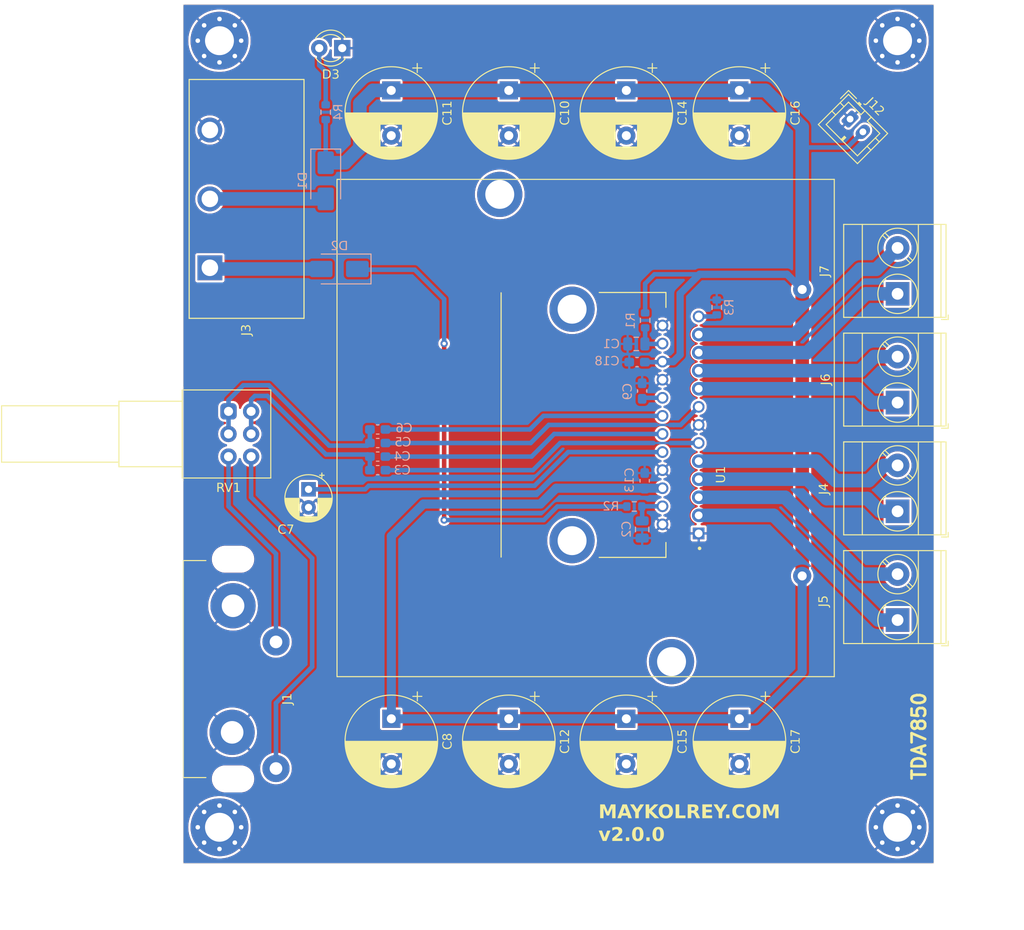
<source format=kicad_pcb>
(kicad_pcb (version 20240108) (generator "pcbnew") (generator_version "8.0")
  (title_block (title "Amplificador TDA7850") (date "2024-07-21") (rev "v2.0.0") (company "MaykolRey.com"))
  (layers (0 "F.Cu" signal) (31 "B.Cu" signal) (34 "B.Paste" user) (35 "F.Paste" user) (36 "B.SilkS" user "B.Silkscreen") (37 "F.SilkS" user "F.Silkscreen") (38 "B.Mask" user) (39 "F.Mask" user) (44 "Edge.Cuts" user))
  (net 0 "")
  (net 1 "GND")
  (net 2 "Net-(U1-MUTE)")
  (net 3 "Net-(U1-ST-BY)")
  (net 4 "Net-(U1-IN1)")
  (net 5 "/IN_LEFT_P")
  (net 6 "Net-(U1-IN2)")
  (net 7 "Net-(U1-IN3)")
  (net 8 "/IN_RIGTH_P")
  (net 9 "Net-(U1-IN4)")
  (net 10 "Net-(U1-SVR)")
  (net 11 "Net-(U1-AC-GND)")
  (net 12 "/REMOTE")
  (net 13 "Net-(D1-A)")
  (net 14 "Net-(J4-Pin_1)")
  (net 15 "Net-(J4-Pin_2)")
  (net 16 "Net-(J5-Pin_1)")
  (net 17 "Net-(J5-Pin_2)")
  (net 18 "Net-(J6-Pin_1)")
  (net 19 "Net-(J6-Pin_2)")
  (net 20 "Net-(J7-Pin_1)")
  (net 21 "Net-(J7-Pin_2)")
  (net 22 "Net-(U1-HSD)")
  (net 23 "/IN_LEFT")
  (net 24 "/IN_RIGTH")
  (net 25 "+12V")
  (net 26 "Net-(D2-A)")
  (net 27 "Net-(D3-A)")
  (footprint "Capacitor_THT:CP_Radial_D5.0mm_P2.00mm" (layer "F.Cu") (at 113.85 104.12 -90)
    (property "Reference" "C7" (at 4.5 2.5 180) (layer "F.SilkS") (effects (font (thickness 0.2))))
    (property "Value" "47uF")
    (pad "1" thru_hole rect (at 0 0 270) (size 1.6 1.6) (drill 0.8) (layers "*.Cu" "*.Mask") (net 10 "Net-(U1-SVR)"))
    (pad "2" thru_hole circle (at 2 0 270) (size 1.6 1.6) (drill 0.8) (layers "*.Cu" "*.Mask") (net 1 "GND"))
  )
  (footprint "Capacitor_THT:CP_Radial_D10.0mm_P5.00mm" (layer "F.Cu") (at 123.01 129.5 -90)
    (property "Reference" "C8" (at 2.5 -6.25 90) (layer "F.SilkS") (effects (font (thickness 0.2))))
    (property "Value" "470uF")
    (pad "1" thru_hole rect (at 0 0 270) (size 2 2) (drill 1) (layers "*.Cu" "*.Mask") (net 25 "+12V"))
    (pad "2" thru_hole circle (at 5 0 270) (size 2 2) (drill 1) (layers "*.Cu" "*.Mask") (net 1 "GND"))
  )
  (footprint "Capacitor_THT:CP_Radial_D10.0mm_P5.00mm" (layer "F.Cu") (at 136 60 -90)
    (property "Reference" "C10" (at 2.5 -6.25 90) (layer "F.SilkS") (effects (font (thickness 0.2))))
    (property "Value" "470uF")
    (pad "1" thru_hole rect (at 0 0 270) (size 2 2) (drill 1) (layers "*.Cu" "*.Mask") (net 25 "+12V"))
    (pad "2" thru_hole circle (at 5 0 270) (size 2 2) (drill 1) (layers "*.Cu" "*.Mask") (net 1 "GND"))
  )
  (footprint "Capacitor_THT:CP_Radial_D10.0mm_P5.00mm" (layer "F.Cu") (at 123 60 -90)
    (property "Reference" "C11" (at 2.5 -6.25 90) (layer "F.SilkS") (effects (font (thickness 0.2))))
    (property "Value" "470uF")
    (pad "1" thru_hole rect (at 0 0 270) (size 2 2) (drill 1) (layers "*.Cu" "*.Mask") (net 25 "+12V"))
    (pad "2" thru_hole circle (at 5 0 270) (size 2 2) (drill 1) (layers "*.Cu" "*.Mask") (net 1 "GND"))
  )
  (footprint "Capacitor_THT:CP_Radial_D10.0mm_P5.00mm" (layer "F.Cu") (at 136 129.5 -90)
    (property "Reference" "C12" (at 2.5 -6.25 90) (layer "F.SilkS") (effects (font (thickness 0.2))))
    (property "Value" "470uF")
    (pad "1" thru_hole rect (at 0 0 270) (size 2 2) (drill 1) (layers "*.Cu" "*.Mask") (net 25 "+12V"))
    (pad "2" thru_hole circle (at 5 0 270) (size 2 2) (drill 1) (layers "*.Cu" "*.Mask") (net 1 "GND"))
  )
  (footprint "MSS_Connector:CUI_RCJ-21XX" (layer "F.Cu") (at 105.5 124 90)
    (property "Reference" "J1" (at -3.31 6.04 90) (layer "F.SilkS") (effects (font (thickness 0.2))))
    (property "Value" "IN")
    (pad "" np_thru_hole oval (at -12.15 0 90) (size 2.5 4.2) (drill oval 2.5 4.2) (layers "*.Cu" "*.Mask"))
    (pad "" np_thru_hole oval (at 12.15 0 90) (size 2.5 4.2) (drill oval 2.5 4.2) (layers "*.Cu" "*.Mask"))
    (pad "1" thru_hole circle (at 7 0 90) (size 5 5) (drill 2.5) (layers "*.Cu" "*.Mask") (net 1 "GND"))
    (pad "2" thru_hole circle (at 3 4.75 90) (size 3 3) (drill 1.4) (layers "*.Cu" "*.Mask") (net 24 "/IN_RIGTH"))
    (pad "3" thru_hole circle (at -7 -0.1 90) (size 5 5) (drill 2.5) (layers "*.Cu" "*.Mask") (net 1 "GND"))
    (pad "4" thru_hole circle (at -11 4.75 90) (size 3 3) (drill 1.4) (layers "*.Cu" "*.Mask") (net 23 "/IN_LEFT"))
  )
  (footprint "MSS_Connector:TE_2-1437667-5" (layer "F.Cu") (at 107 72 90)
    (property "Reference" "J3" (at -14.5 0 90) (layer "F.SilkS") (effects (font (thickness 0.2))))
    (property "Value" "PWR")
    (pad "1" thru_hole rect (at -7.62 -4.064 90) (size 2.7432 2.7432) (drill 1.8288) (layers "*.Cu" "*.Mask") (net 26 "Net-(D2-A)"))
    (pad "2" thru_hole circle (at 0 -4.064 90) (size 2.7432 2.7432) (drill 1.8288) (layers "*.Cu" "*.Mask") (net 13 "Net-(D1-A)"))
    (pad "3" thru_hole circle (at 7.62 -4.064 90) (size 2.7432 2.7432) (drill 1.8288) (layers "*.Cu" "*.Mask") (net 1 "GND"))
  )
  (footprint "TerminalBlock_Phoenix:TerminalBlock_Phoenix_MKDS-3-2-5.08_1x02_P5.08mm_Horizontal" (layer "F.Cu") (at 179 118.58 90)
    (property "Reference" "J5" (at 2.09 -8.16 90) (layer "F.SilkS") (effects (font (thickness 0.2))))
    (property "Value" "out")
    (pad "1" thru_hole rect (at 0 0 90) (size 2.6 2.6) (drill 1.3) (layers "*.Cu" "*.Mask") (net 16 "Net-(J5-Pin_1)"))
    (pad "2" thru_hole circle (at 5.08 0 90) (size 2.6 2.6) (drill 1.3) (layers "*.Cu" "*.Mask") (net 17 "Net-(J5-Pin_2)"))
  )
  (footprint "TerminalBlock_Phoenix:TerminalBlock_Phoenix_MKDS-3-2-5.08_1x02_P5.08mm_Horizontal" (layer "F.Cu") (at 179 94.526666 90)
    (property "Reference" "J6" (at 2.56 -7.91 90) (layer "F.SilkS") (effects (font (thickness 0.2))))
    (property "Value" "out")
    (pad "1" thru_hole rect (at 0 0 90) (size 2.6 2.6) (drill 1.3) (layers "*.Cu" "*.Mask") (net 18 "Net-(J6-Pin_1)"))
    (pad "2" thru_hole circle (at 5.08 0 90) (size 2.6 2.6) (drill 1.3) (layers "*.Cu" "*.Mask") (net 19 "Net-(J6-Pin_2)"))
  )
  (footprint "TerminalBlock_Phoenix:TerminalBlock_Phoenix_MKDS-3-2-5.08_1x02_P5.08mm_Horizontal" (layer "F.Cu") (at 179 106.553332 90)
    (property "Reference" "J4" (at 2.48 -8.12 90) (layer "F.SilkS") (effects (font (thickness 0.2))))
    (property "Value" "out")
    (pad "1" thru_hole rect (at 0 0 90) (size 2.6 2.6) (drill 1.3) (layers "*.Cu" "*.Mask") (net 14 "Net-(J4-Pin_1)"))
    (pad "2" thru_hole circle (at 5.08 0 90) (size 2.6 2.6) (drill 1.3) (layers "*.Cu" "*.Mask") (net 15 "Net-(J4-Pin_2)"))
  )
  (footprint "TerminalBlock_Phoenix:TerminalBlock_Phoenix_MKDS-3-2-5.08_1x02_P5.08mm_Horizontal" (layer "F.Cu") (at 179 82.5 90)
    (property "Reference" "J7" (at 2.52 -8.03 90) (layer "F.SilkS") (effects (font (thickness 0.2))))
    (property "Value" "out")
    (pad "1" thru_hole rect (at 0 0 90) (size 2.6 2.6) (drill 1.3) (layers "*.Cu" "*.Mask") (net 20 "Net-(J7-Pin_1)"))
    (pad "2" thru_hole circle (at 5.08 0 90) (size 2.6 2.6) (drill 1.3) (layers "*.Cu" "*.Mask") (net 21 "Net-(J7-Pin_2)"))
  )
  (footprint "MSS_Devices:TDA7850H" (layer "F.Cu") (at 157 97 180)
    (property "Reference" "U1" (at -2.5 -5.5 90) (layer "F.SilkS") (effects (font (thickness 0.2))))
    (property "Value" "TDA7850")
    (pad "" thru_hole circle (at 14 -12.8 180) (size 5 5) (drill 3.2) (layers "*.Cu" "*.Mask"))
    (pad "" thru_hole circle (at 14 12.8 180) (size 5 5) (drill 3.2) (layers "*.Cu" "*.Mask"))
    (pad "1" thru_hole rect (at 0 -12 180) (size 1.29 1.29) (drill 0.86) (layers "*.Cu" "*.Mask") (net 1 "GND"))
    (pad "2" thru_hole circle (at 4 -11 180) (size 1.29 1.29) (drill 0.86) (layers "*.Cu" "*.Mask") (net 1 "GND"))
    (pad "3" thru_hole circle (at 0 -10 180) (size 1.29 1.29) (drill 0.86) (layers "*.Cu" "*.Mask") (net 16 "Net-(J5-Pin_1)"))
    (pad "4" thru_hole circle (at 4 -9 180) (size 1.29 1.29) (drill 0.86) (layers "*.Cu" "*.Mask") (net 3 "Net-(U1-ST-BY)"))
    (pad "5" thru_hole circle (at 0 -8 180) (size 1.29 1.29) (drill 0.86) (layers "*.Cu" "*.Mask") (net 17 "Net-(J5-Pin_2)"))
    (pad "6" thru_hole circle (at 4 -7 180) (size 1.29 1.29) (drill 0.86) (layers "*.Cu" "*.Mask") (net 25 "+12V"))
    (pad "7" thru_hole circle (at 0 -6 180) (size 1.29 1.29) (drill 0.86) (layers "*.Cu" "*.Mask") (net 14 "Net-(J4-Pin_1)"))
    (pad "8" thru_hole circle (at 4 -5 180) (size 1.29 1.29) (drill 0.86) (layers "*.Cu" "*.Mask") (net 1 "GND"))
    (pad "9" thru_hole circle (at 0 -4 180) (size 1.29 1.29) (drill 0.86) (layers "*.Cu" "*.Mask") (net 15 "Net-(J4-Pin_2)"))
    (pad "10" thru_hole circle (at 4 -3 180) (size 1.29 1.29) (drill 0.86) (layers "*.Cu" "*.Mask") (net 10 "Net-(U1-SVR)"))
    (pad "11" thru_hole circle (at 0 -2 180) (size 1.29 1.29) (drill 0.86) (layers "*.Cu" "*.Mask") (net 4 "Net-(U1-IN1)"))
    (pad "12" thru_hole circle (at 4 -1 180) (size 1.29 1.29) (drill 0.86) (layers "*.Cu" "*.Mask") (net 6 "Net-(U1-IN2)"))
    (pad "13" thru_hole circle (at 0 0 180) (size 1.29 1.29) (drill 0.86) (layers "*.Cu" "*.Mask") (net 1 "GND"))
    (pad "14" thru_hole circle (at 4 1 180) (size 1.29 1.29) (drill 0.86) (layers "*.Cu" "*.Mask") (net 9 "Net-(U1-IN4)"))
    (pad "15" thru_hole circle (at 0 2 180) (size 1.29 1.29) (drill 0.86) (layers "*.Cu" "*.Mask") (net 7 "Net-(U1-IN3)"))
    (pad "16" thru_hole circle (at 4 3 180) (size 1.29 1.29) (drill 0.86) (layers "*.Cu" "*.Mask") (net 11 "Net-(U1-AC-GND)"))
    (pad "17" thru_hole circle (at 0 4 180) (size 1.29 1.29) (drill 0.86) (layers "*.Cu" "*.Mask") (net 18 "Net-(J6-Pin_1)"))
    (pad "18" thru_hole circle (at 4 5 180) (size 1.29 1.29) (drill 0.86) (layers "*.Cu" "*.Mask") (net 1 "GND"))
    (pad "19" thru_hole circle (at 0 6 180) (size 1.29 1.29) (drill 0.86) (layers "*.Cu" "*.Mask") (net 19 "Net-(J6-Pin_2)"))
    (pad "20" thru_hole circle (at 4 7 180) (size 1.29 1.29) (drill 0.86) (layers "*.Cu" "*.Mask") (net 25 "+12V"))
    (pad "21" thru_hole circle (at 0 8 180) (size 1.29 1.29) (drill 0.86) (layers "*.Cu" "*.Mask") (net 20 "Net-(J7-Pin_1)"))
    (pad "22" thru_hole circle (at 4 9 180) (size 1.29 1.29) (drill 0.86) (layers "*.Cu" "*.Mask") (net 2 "Net-(U1-MUTE)"))
    (pad "23" thru_hole circle (at 0 10 180) (size 1.29 1.29) (drill 0.86) (layers "*.Cu" "*.Mask") (net 21 "Net-(J7-Pin_2)"))
    (pad "24" thru_hole circle (at 4 11 180) (size 1.29 1.29) (drill 0.86) (layers "*.Cu" "*.Mask") (net 1 "GND"))
    (pad "25" thru_hole circle (at 0 12 180) (size 1.29 1.29) (drill 0.86) (layers "*.Cu" "*.Mask") (net 22 "Net-(U1-HSD)"))
  )
  (footprint "MSS_Connector:disipador_VGA" (layer "F.Cu") (at 144.5 97.34 90)
    (property "Reference" "REF**" (hide yes))
    (property "Value" "disipador_VGA")
    (pad "" thru_hole circle (at -25.84 9.5 90) (size 5 5) (drill 3.2) (layers "*.Cu" "*.Mask"))
    (pad "" thru_hole circle (at 25.84 -9.5 90) (size 5 5) (drill 3.2) (layers "*.Cu" "*.Mask"))
  )
  (footprint "Capacitor_THT:CP_Radial_D10.0mm_P5.00mm" (layer "F.Cu") (at 149 60 -90)
    (property "Reference" "C14" (at 2.5 -6.25 90) (layer "F.SilkS") (effects (font (thickness 0.2))))
    (property "Value" "470uF")
    (pad "1" thru_hole rect (at 0 0 270) (size 2 2) (drill 1) (layers "*.Cu" "*.Mask") (net 25 "+12V"))
    (pad "2" thru_hole circle (at 5 0 270) (size 2 2) (drill 1) (layers "*.Cu" "*.Mask") (net 1 "GND"))
  )
  (footprint "Capacitor_THT:CP_Radial_D10.0mm_P5.00mm" (layer "F.Cu") (at 149 129.5 -90)
    (property "Reference" "C15" (at 2.5 -6.25 90) (layer "F.SilkS") (effects (font (thickness 0.2))))
    (property "Value" "470uF")
    (pad "1" thru_hole rect (at 0 0 270) (size 2 2) (drill 1) (layers "*.Cu" "*.Mask") (net 25 "+12V"))
    (pad "2" thru_hole circle (at 5 0 270) (size 2 2) (drill 1) (layers "*.Cu" "*.Mask") (net 1 "GND"))
  )
  (footprint "Capacitor_THT:CP_Radial_D10.0mm_P5.00mm" (layer "F.Cu") (at 161.5 60 -90)
    (property "Reference" "C16" (at 2.5 -6.25 90) (layer "F.SilkS") (effects (font (thickness 0.2))))
    (property "Value" "470uF")
    (pad "1" thru_hole rect (at 0 0 270) (size 2 2) (drill 1) (layers "*.Cu" "*.Mask") (net 25 "+12V"))
    (pad "2" thru_hole circle (at 5 0 270) (size 2 2) (drill 1) (layers "*.Cu" "*.Mask") (net 1 "GND"))
  )
  (footprint "Capacitor_THT:CP_Radial_D10.0mm_P5.00mm" (layer "F.Cu") (at 161.51 129.5 -90)
    (property "Reference" "C17" (at 2.5 -6.25 90) (layer "F.SilkS") (effects (font (thickness 0.2))))
    (property "Value" "470uF")
    (pad "1" thru_hole rect (at 0 0 270) (size 2 2) (drill 1) (layers "*.Cu" "*.Mask") (net 25 "+12V"))
    (pad "2" thru_hole circle (at 5 0 270) (size 2 2) (drill 1) (layers "*.Cu" "*.Mask") (net 1 "GND"))
  )
  (footprint "MountingHole:MountingHole_3.2mm_M3_Pad_Via" (layer "F.Cu") (at 179 54.5)
    (property "Reference" "J8" (hide yes))
    (property "Value" "MH")
    (pad "1" thru_hole circle (at -2.4 0) (size 0.8 0.8) (drill 0.5) (layers "*.Cu" "*.Mask") (net 1 "GND"))
    (pad "1" thru_hole circle (at -1.697056 -1.697056) (size 0.8 0.8) (drill 0.5) (layers "*.Cu" "*.Mask") (net 1 "GND"))
    (pad "1" thru_hole circle (at -1.697056 1.697056) (size 0.8 0.8) (drill 0.5) (layers "*.Cu" "*.Mask") (net 1 "GND"))
    (pad "1" thru_hole circle (at 0 -2.4) (size 0.8 0.8) (drill 0.5) (layers "*.Cu" "*.Mask") (net 1 "GND"))
    (pad "1" thru_hole circle (at 0 0) (size 6.4 6.4) (drill 3.2) (layers "*.Cu" "*.Mask") (net 1 "GND"))
    (pad "1" thru_hole circle (at 0 2.4) (size 0.8 0.8) (drill 0.5) (layers "*.Cu" "*.Mask") (net 1 "GND"))
    (pad "1" thru_hole circle (at 1.697056 -1.697056) (size 0.8 0.8) (drill 0.5) (layers "*.Cu" "*.Mask") (net 1 "GND"))
    (pad "1" thru_hole circle (at 1.697056 1.697056) (size 0.8 0.8) (drill 0.5) (layers "*.Cu" "*.Mask") (net 1 "GND"))
    (pad "1" thru_hole circle (at 2.4 0) (size 0.8 0.8) (drill 0.5) (layers "*.Cu" "*.Mask") (net 1 "GND"))
  )
  (footprint "MountingHole:MountingHole_3.2mm_M3_Pad_Via" (layer "F.Cu") (at 179 141.5)
    (property "Reference" "J9" (hide yes))
    (property "Value" "MH")
    (pad "1" thru_hole circle (at -2.4 0) (size 0.8 0.8) (drill 0.5) (layers "*.Cu" "*.Mask") (net 1 "GND"))
    (pad "1" thru_hole circle (at -1.697056 -1.697056) (size 0.8 0.8) (drill 0.5) (layers "*.Cu" "*.Mask") (net 1 "GND"))
    (pad "1" thru_hole circle (at -1.697056 1.697056) (size 0.8 0.8) (drill 0.5) (layers "*.Cu" "*.Mask") (net 1 "GND"))
    (pad "1" thru_hole circle (at 0 -2.4) (size 0.8 0.8) (drill 0.5) (layers "*.Cu" "*.Mask") (net 1 "GND"))
    (pad "1" thru_hole circle (at 0 0) (size 6.4 6.4) (drill 3.2) (layers "*.Cu" "*.Mask") (net 1 "GND"))
    (pad "1" thru_hole circle (at 0 2.4) (size 0.8 0.8) (drill 0.5) (layers "*.Cu" "*.Mask") (net 1 "GND"))
    (pad "1" thru_hole circle (at 1.697056 -1.697056) (size 0.8 0.8) (drill 0.5) (layers "*.Cu" "*.Mask") (net 1 "GND"))
    (pad "1" thru_hole circle (at 1.697056 1.697056) (size 0.8 0.8) (drill 0.5) (layers "*.Cu" "*.Mask") (net 1 "GND"))
    (pad "1" thru_hole circle (at 2.4 0) (size 0.8 0.8) (drill 0.5) (layers "*.Cu" "*.Mask") (net 1 "GND"))
  )
  (footprint "MountingHole:MountingHole_3.2mm_M3_Pad_Via" (layer "F.Cu") (at 104 54.5)
    (property "Reference" "J10" (hide yes))
    (property "Value" "MH")
    (pad "1" thru_hole circle (at -2.4 0) (size 0.8 0.8) (drill 0.5) (layers "*.Cu" "*.Mask") (net 1 "GND"))
    (pad "1" thru_hole circle (at -1.697056 -1.697056) (size 0.8 0.8) (drill 0.5) (layers "*.Cu" "*.Mask") (net 1 "GND"))
    (pad "1" thru_hole circle (at -1.697056 1.697056) (size 0.8 0.8) (drill 0.5) (layers "*.Cu" "*.Mask") (net 1 "GND"))
    (pad "1" thru_hole circle (at 0 -2.4) (size 0.8 0.8) (drill 0.5) (layers "*.Cu" "*.Mask") (net 1 "GND"))
    (pad "1" thru_hole circle (at 0 0) (size 6.4 6.4) (drill 3.2) (layers "*.Cu" "*.Mask") (net 1 "GND"))
    (pad "1" thru_hole circle (at 0 2.4) (size 0.8 0.8) (drill 0.5) (layers "*.Cu" "*.Mask") (net 1 "GND"))
    (pad "1" thru_hole circle (at 1.697056 -1.697056) (size 0.8 0.8) (drill 0.5) (layers "*.Cu" "*.Mask") (net 1 "GND"))
    (pad "1" thru_hole circle (at 1.697056 1.697056) (size 0.8 0.8) (drill 0.5) (layers "*.Cu" "*.Mask") (net 1 "GND"))
    (pad "1" thru_hole circle (at 2.4 0) (size 0.8 0.8) (drill 0.5) (layers "*.Cu" "*.Mask") (net 1 "GND"))
  )
  (footprint "MountingHole:MountingHole_3.2mm_M3_Pad_Via" (layer "F.Cu") (at 104 141.5)
    (property "Reference" "J11" (hide yes))
    (property "Value" "MH")
    (pad "1" thru_hole circle (at -2.4 0) (size 0.8 0.8) (drill 0.5) (layers "*.Cu" "*.Mask") (net 1 "GND"))
    (pad "1" thru_hole circle (at -1.697056 -1.697056) (size 0.8 0.8) (drill 0.5) (layers "*.Cu" "*.Mask") (net 1 "GND"))
    (pad "1" thru_hole circle (at -1.697056 1.697056) (size 0.8 0.8) (drill 0.5) (layers "*.Cu" "*.Mask") (net 1 "GND"))
    (pad "1" thru_hole circle (at 0 -2.4) (size 0.8 0.8) (drill 0.5) (layers "*.Cu" "*.Mask") (net 1 "GND"))
    (pad "1" thru_hole circle (at 0 0) (size 6.4 6.4) (drill 3.2) (layers "*.Cu" "*.Mask") (net 1 "GND"))
    (pad "1" thru_hole circle (at 0 2.4) (size 0.8 0.8) (drill 0.5) (layers "*.Cu" "*.Mask") (net 1 "GND"))
    (pad "1" thru_hole circle (at 1.697056 -1.697056) (size 0.8 0.8) (drill 0.5) (layers "*.Cu" "*.Mask") (net 1 "GND"))
    (pad "1" thru_hole circle (at 1.697056 1.697056) (size 0.8 0.8) (drill 0.5) (layers "*.Cu" "*.Mask") (net 1 "GND"))
    (pad "1" thru_hole circle (at 2.4 0) (size 0.8 0.8) (drill 0.5) (layers "*.Cu" "*.Mask") (net 1 "GND"))
  )
  (footprint "Connector_JST:JST_PH_B2B-PH-K_1x02_P2.00mm_Vertical" (layer "F.Cu") (at 173.75 63.17 -45)
    (property "Reference" "J12" (at 1 -2.9 135) (layer "F.SilkS") (effects (font (thickness 0.2))))
    (property "Value" "FAN")
    (pad "1" thru_hole roundrect (at 0 0 315) (size 1.2 1.75) (drill 0.75) (layers "*.Cu" "*.Mask") (roundrect_rratio 0.208333) (net 1 "GND"))
    (pad "2" thru_hole oval (at 2.000001 0 315) (size 1.2 1.75) (drill 0.75) (layers "*.Cu" "*.Mask") (net 25 "+12V"))
  )
  (footprint "Potentiometer_THT:Potentiometer_Alps_RK097_Dual_Horizontal" (layer "F.Cu") (at 105 95.5)
    (property "Reference" "RV1" (at 0 8.5 180) (layer "F.SilkS") (effects (font (thickness 0.2))))
    (property "Value" "R_Potentiometer_Dual")
    (fp_line (start -5 -2.7) (end -5 7.7) (stroke (width 0.1)) (layer "Edge.Cuts"))
    (pad "1" thru_hole roundrect (at 0 0 180) (size 1.8 1.8) (drill 1) (layers "*.Cu" "*.Mask") (net 8 "/IN_RIGTH_P"))
    (pad "2" thru_hole circle (at 0 2.5 180) (size 1.8 1.8) (drill 1) (layers "*.Cu" "*.Mask") (net 8 "/IN_RIGTH_P"))
    (pad "3" thru_hole circle (at 0 5 180) (size 1.8 1.8) (drill 1) (layers "*.Cu" "*.Mask") (net 24 "/IN_RIGTH"))
    (pad "4" thru_hole circle (at 2.5 0 180) (size 1.8 1.8) (drill 1) (layers "*.Cu" "*.Mask") (net 5 "/IN_LEFT_P"))
    (pad "5" thru_hole circle (at 2.5 2.5 180) (size 1.8 1.8) (drill 1) (layers "*.Cu" "*.Mask") (net 5 "/IN_LEFT_P"))
    (pad "6" thru_hole circle (at 2.5 5 180) (size 1.8 1.8) (drill 1) (layers "*.Cu" "*.Mask") (net 23 "/IN_LEFT"))
  )
  (footprint "MR-footprint:logo_mr_6x6mm" (layer "F.Cu") (at 142.38 141.19)
    (property "Reference" "G***" (hide yes))
    (property "Value" "LOGO" (hide yes))
  )
  (footprint "LED_THT:LED_D3.0mm" (layer "F.Cu") (at 117.575 55.32 180)
    (property "Reference" "D3" (at 1.27 -2.96 0) (layer "F.SilkS") (effects (font (thickness 0.2))))
    (property "Value" "LED")
    (pad "1" thru_hole rect (at 0 0 180) (size 1.8 1.8) (drill 0.9) (layers "*.Cu" "*.Mask") (net 1 "GND"))
    (pad "2" thru_hole circle (at 2.54 0 180) (size 1.8 1.8) (drill 0.9) (layers "*.Cu" "*.Mask") (net 27 "Net-(D3-A)"))
  )
  (footprint "Capacitor_SMD:C_0805_2012Metric" (layer "B.Cu") (at 150.1 88.04 180)
    (property "Reference" "C1" (at 2.76 -0.05 0) (layer "B.SilkS") (effects (font (thickness 0.2)) (justify mirror)))
    (property "Value" "1uF")
    (pad "1" smd roundrect (at -0.95 0 180) (size 1 1.45) (layers "B.Cu" "B.Paste" "B.Mask") (net 2 "Net-(U1-MUTE)"))
    (pad "2" smd roundrect (at 0.95 0 180) (size 1 1.45) (layers "B.Cu" "B.Paste" "B.Mask") (net 1 "GND"))
  )
  (footprint "Capacitor_SMD:C_0603_1608Metric_Pad1.08x0.95mm_HandSolder" (layer "B.Cu") (at 121.5 100.5 180)
    (property "Reference" "C4" (at -2.71 -0.02 0) (layer "B.SilkS") (effects (font (thickness 0.2)) (justify mirror)))
    (property "Value" "100nF")
    (pad "1" smd roundrect (at -0.8625 0 180) (size 1.075 0.95) (layers "B.Cu" "B.Paste" "B.Mask") (net 6 "Net-(U1-IN2)"))
    (pad "2" smd roundrect (at 0.8625 0 180) (size 1.075 0.95) (layers "B.Cu" "B.Paste" "B.Mask") (net 5 "/IN_LEFT_P"))
  )
  (footprint "Capacitor_SMD:C_0603_1608Metric_Pad1.08x0.95mm_HandSolder" (layer "B.Cu") (at 121.5 99 180)
    (property "Reference" "C5" (at -2.78 0.05 0) (layer "B.SilkS") (effects (font (thickness 0.2)) (justify mirror)))
    (property "Value" "100nF")
    (pad "1" smd roundrect (at -0.8625 0 180) (size 1.075 0.95) (layers "B.Cu" "B.Paste" "B.Mask") (net 7 "Net-(U1-IN3)"))
    (pad "2" smd roundrect (at 0.8625 0 180) (size 1.075 0.95) (layers "B.Cu" "B.Paste" "B.Mask") (net 8 "/IN_RIGTH_P"))
  )
  (footprint "Capacitor_SMD:C_0603_1608Metric_Pad1.08x0.95mm_HandSolder" (layer "B.Cu") (at 121.5 97.5 180)
    (property "Reference" "C6" (at -2.91 0.1 0) (layer "B.SilkS") (effects (font (thickness 0.2)) (justify mirror)))
    (property "Value" "100nF")
    (pad "1" smd roundrect (at -0.8625 0 180) (size 1.075 0.95) (layers "B.Cu" "B.Paste" "B.Mask") (net 9 "Net-(U1-IN4)"))
    (pad "2" smd roundrect (at 0.8625 0 180) (size 1.075 0.95) (layers "B.Cu" "B.Paste" "B.Mask") (net 8 "/IN_RIGTH_P"))
  )
  (footprint "Capacitor_SMD:C_0603_1608Metric_Pad1.08x0.95mm_HandSolder" (layer "B.Cu") (at 150.75 93.25 90)
    (property "Reference" "C9" (at -0.07 -1.57 90) (layer "B.SilkS") (effects (font (thickness 0.2)) (justify mirror)))
    (property "Value" "0.47uF")
    (pad "1" smd roundrect (at -0.8625 0 90) (size 1.075 0.95) (layers "B.Cu" "B.Paste" "B.Mask") (net 11 "Net-(U1-AC-GND)"))
    (pad "2" smd roundrect (at 0.8625 0 90) (size 1.075 0.95) (layers "B.Cu" "B.Paste" "B.Mask") (net 1 "GND"))
  )
  (footprint "Capacitor_SMD:C_0603_1608Metric_Pad1.08x0.95mm_HandSolder" (layer "B.Cu") (at 151.03 103.18 90)
    (property "Reference" "C13" (at 0.07 -1.63 90) (layer "B.SilkS") (effects (font (thickness 0.2)) (justify mirror)))
    (property "Value" "100nF")
    (pad "1" smd roundrect (at -0.8625 0 90) (size 1.075 0.95) (layers "B.Cu" "B.Paste" "B.Mask") (net 25 "+12V"))
    (pad "2" smd roundrect (at 0.8625 0 90) (size 1.075 0.95) (layers "B.Cu" "B.Paste" "B.Mask") (net 1 "GND"))
  )
  (footprint "Resistor_SMD:R_0603_1608Metric" (layer "B.Cu") (at 151.08 85.43 90)
    (property "Reference" "R1" (at -0.07 -1.56 90) (layer "B.SilkS") (effects (font (thickness 0.2)) (justify mirror)))
    (property "Value" "10K")
    (pad "1" smd roundrect (at -0.825 0 90) (size 0.8 0.95) (layers "B.Cu" "B.Paste" "B.Mask") (net 2 "Net-(U1-MUTE)"))
    (pad "2" smd roundrect (at 0.825 0 90) (size 0.8 0.95) (layers "B.Cu" "B.Paste" "B.Mask") (net 25 "+12V"))
  )
  (footprint "Resistor_SMD:R_0603_1608Metric" (layer "B.Cu") (at 149.88 106.02 180)
    (property "Reference" "R2" (at 2.6 -0.02 0) (layer "B.SilkS") (effects (font (thickness 0.2)) (justify mirror)))
    (property "Value" "47K")
    (pad "1" smd roundrect (at -0.825 0 180) (size 0.8 0.95) (layers "B.Cu" "B.Paste" "B.Mask") (net 3 "Net-(U1-ST-BY)"))
    (pad "2" smd roundrect (at 0.825 0 180) (size 0.8 0.95) (layers "B.Cu" "B.Paste" "B.Mask") (net 12 "/REMOTE"))
  )
  (footprint "Resistor_SMD:R_0603_1608Metric" (layer "B.Cu") (at 159 84 90)
    (property "Reference" "R3" (at 0 1.43 90) (layer "B.SilkS") (effects (font (thickness 0.2)) (justify mirror)))
    (property "Value" "10K")
    (pad "1" smd roundrect (at -0.825 0 90) (size 0.8 0.95) (layers "B.Cu" "B.Paste" "B.Mask") (net 22 "Net-(U1-HSD)"))
    (pad "2" smd roundrect (at 0.825 0 90) (size 0.8 0.95) (layers "B.Cu" "B.Paste" "B.Mask") (net 1 "GND"))
  )
  (footprint "Diode_SMD:D_SMA" (layer "B.Cu") (at 115.75 70 -90)
    (property "Reference" "D1" (at 0 2.5 90) (layer "B.SilkS") (effects (font (thickness 0.2)) (justify mirror)))
    (property "Value" "D_ALT")
    (pad "1" smd roundrect (at -2 0 270) (size 2.5 1.8) (layers "B.Cu" "B.Paste" "B.Mask") (roundrect_rratio 0.1388888889) (net 25 "+12V"))
    (pad "2" smd roundrect (at 2 0 270) (size 2.5 1.8) (layers "B.Cu" "B.Paste" "B.Mask") (roundrect_rratio 0.1388888889) (net 13 "Net-(D1-A)"))
  )
  (footprint "Capacitor_SMD:C_0603_1608Metric_Pad1.08x0.95mm_HandSolder" (layer "B.Cu") (at 121.5 102 180)
    (property "Reference" "C3" (at -2.71 -0.05 0) (layer "B.SilkS") (effects (font (thickness 0.2)) (justify mirror)))
    (property "Value" "100nF")
    (pad "1" smd roundrect (at -0.8625 0 180) (size 1.075 0.95) (layers "B.Cu" "B.Paste" "B.Mask") (net 4 "Net-(U1-IN1)"))
    (pad "2" smd roundrect (at 0.8625 0 180) (size 1.075 0.95) (layers "B.Cu" "B.Paste" "B.Mask") (net 5 "/IN_LEFT_P"))
  )
  (footprint "Capacitor_SMD:C_0805_2012Metric" (layer "B.Cu") (at 150.75 108.56 -90)
    (property "Reference" "C2" (at 0 1.68 90) (layer "B.SilkS") (effects (font (thickness 0.2)) (justify mirror)))
    (property "Value" "1uF")
    (pad "1" smd roundrect (at -0.95 0 270) (size 1 1.45) (layers "B.Cu" "B.Paste" "B.Mask") (net 3 "Net-(U1-ST-BY)"))
    (pad "2" smd roundrect (at 0.95 0 270) (size 1 1.45) (layers "B.Cu" "B.Paste" "B.Mask") (net 1 "GND"))
  )
  (footprint "Diode_SMD:D_SMA" (layer "B.Cu") (at 117.25 79.75 180)
    (property "Reference" "D2" (at 0 2.5 0) (layer "B.SilkS") (effects (font (thickness 0.2)) (justify mirror)))
    (property "Value" "D_ALT")
    (pad "1" smd roundrect (at -2 0 180) (size 2.5 1.8) (layers "B.Cu" "B.Paste" "B.Mask") (roundrect_rratio 0.1388888889) (net 12 "/REMOTE"))
    (pad "2" smd roundrect (at 2 0 180) (size 2.5 1.8) (layers "B.Cu" "B.Paste" "B.Mask") (roundrect_rratio 0.1388888889) (net 26 "Net-(D2-A)"))
  )
  (footprint "Resistor_SMD:R_0603_1608Metric" (layer "B.Cu") (at 115.75 62.41 90)
    (property "Reference" "R4" (at 0 1.43 90) (layer "B.SilkS") (effects (font (thickness 0.2)) (justify mirror)))
    (property "Value" "10K")
    (pad "1" smd roundrect (at -0.825 0 90) (size 0.8 0.95) (layers "B.Cu" "B.Paste" "B.Mask") (net 25 "+12V"))
    (pad "2" smd roundrect (at 0.825 0 90) (size 0.8 0.95) (layers "B.Cu" "B.Paste" "B.Mask") (net 27 "Net-(D3-A)"))
  )
  (footprint "Capacitor_SMD:C_0603_1608Metric_Pad1.08x0.95mm_HandSolder" (layer "B.Cu") (at 150.1825 90.05 180)
    (property "Reference" "C18" (at 3.3225 0.07 0) (layer "B.SilkS") (effects (font (thickness 0.2)) (justify mirror)))
    (property "Value" "100nF")
    (pad "1" smd roundrect (at -0.8625 0 180) (size 1.075 0.95) (layers "B.Cu" "B.Paste" "B.Mask") (net 25 "+12V"))
    (pad "2" smd roundrect (at 0.8625 0 180) (size 1.075 0.95) (layers "B.Cu" "B.Paste" "B.Mask") (net 1 "GND"))
  )
  (gr_line (start 183 50.5) (end 183 145.5) (stroke (width 0.05)) (layer "Edge.Cuts"))
  (gr_line (start 100 50.5) (end 183 50.5) (stroke (width 0.05)) (layer "Edge.Cuts"))
  (gr_line (start 183 145.5) (end 100 145.5) (stroke (width 0.05)) (layer "Edge.Cuts"))
  (gr_line (start 100 92.8) (end 100 50.5) (stroke (width 0.05)) (layer "Edge.Cuts"))
  (gr_line (start 100 145.5) (end 100 103.2) (stroke (width 0.05)) (layer "Edge.Cuts"))
  (gr_text "TDA7850" (at 181.37 131.42 90) (layer "F.SilkS") (effects (font (size 1.5 1.5) (thickness 0.3))))
  (gr_text "MAYKOLREY.COM\n${REVISION}" (at 145.91 143.27 0) (layer "F.SilkS") (effects (font (size 1.5 1.5) (thickness 0.3) (bold yes)) (justify left bottom)))
  (segment (start 151.08 86.255) (end 151.08 88.01) (width 0.5) (layer "B.Cu") (net 2))
  (segment (start 152.96 88.04) (end 153 88) (width 0.5) (layer "B.Cu") (net 2))
  (segment (start 151.08 88.01) (end 151.05 88.04) (width 0.5) (layer "B.Cu") (net 2))
  (segment (start 151.05 88.04) (end 152.96 88.04) (width 0.5) (layer "B.Cu") (net 2))
  (segment (start 150.75 107.61) (end 150.75 106.065) (width 0.5) (layer "B.Cu") (net 3))
  (segment (start 150.725 106) (end 150.705 106.02) (width 0.5) (layer "B.Cu") (net 3))
  (segment (start 153 106) (end 150.725 106) (width 0.5) (layer "B.Cu") (net 3))
  (segment (start 150.75 106.065) (end 150.705 106.02) (width 0.5) (layer "B.Cu") (net 3))
  (segment (start 152 99) (end 153.88 99) (width 0.25) (layer "B.Cu") (net 4))
  (segment (start 138.68 102) (end 141.68 99) (width 0.5) (layer "B.Cu") (net 4))
  (segment (start 157 99) (end 153.88 99) (width 0.5) (layer "B.Cu") (net 4))
  (segment (start 122.3625 102) (end 138.68 102) (width 0.5) (layer "B.Cu") (net 4))
  (segment (start 141.68 99) (end 152 99) (width 0.5) (layer "B.Cu") (net 4))
  (segment (start 107.5 95.5) (end 107.5 98) (width 0.5) (layer "B.Cu") (net 5))
  (segment (start 107.5 95.5) (end 107.5 94.2) (width 0.5) (layer "B.Cu") (net 5))
  (segment (start 120.6375 100.5) (end 120.6375 102) (width 0.5) (layer "B.Cu") (net 5))
  (segment (start 107.91 93.79) (end 109.3 93.79) (width 0.5) (layer "B.Cu") (net 5))
  (segment (start 107.5 94.2) (end 107.91 93.79) (width 0.5) (layer "B.Cu") (net 5))
  (segment (start 120.4075 100.27) (end 120.6375 100.5) (width 0.5) (layer "B.Cu") (net 5))
  (segment (start 109.3 93.79) (end 115.78 100.27) (width 0.5) (layer "B.Cu") (net 5))
  (segment (start 115.78 100.27) (end 120.4075 100.27) (width 0.5) (layer "B.Cu") (net 5))
  (segment (start 141.02 98) (end 153 98) (width 0.5) (layer "B.Cu") (net 6))
  (segment (start 122.3625 100.5) (end 138.52 100.5) (width 0.5) (layer "B.Cu") (net 6))
  (segment (start 138.52 100.5) (end 141.02 98) (width 0.5) (layer "B.Cu") (net 6))
  (segment (start 122.3625 99) (end 138.42 99) (width 0.5) (layer "B.Cu") (net 7))
  (segment (start 155 97) (end 154.25 97) (width 0.5) (layer "B.Cu") (net 7))
  (segment (start 140.42 97) (end 152.3 97) (width 0.5) (layer "B.Cu") (net 7))
  (segment (start 138.42 99) (end 140.42 97) (width 0.5) (layer "B.Cu") (net 7))
  (segment (start 154.25 97) (end 153.83 97) (width 0.5) (layer "B.Cu") (net 7))
  (segment (start 157 95) (end 155 97) (width 0.5) (layer "B.Cu") (net 7))
  (segment (start 152.3 97) (end 153.83 97) (width 0.25) (layer "B.Cu") (net 7))
  (segment (start 120.6375 97.5) (end 120.6375 99) (width 0.5) (layer "B.Cu") (net 8))
  (segment (start 109.45 92.61) (end 106.64 92.61) (width 0.5) (layer "B.Cu") (net 8))
  (segment (start 105 95.5) (end 105 98) (width 0.5) (layer "B.Cu") (net 8))
  (segment (start 120.6375 99) (end 120.3475 99.29) (width 0.5) (layer "B.Cu") (net 8))
  (segment (start 106.64 92.61) (end 105 94.25) (width 0.5) (layer "B.Cu") (net 8))
  (segment (start 120.3475 99.29) (end 116.13 99.29) (width 0.5) (layer "B.Cu") (net 8))
  (segment (start 116.13 99.29) (end 109.45 92.61) (width 0.5) (layer "B.Cu") (net 8))
  (segment (start 105 94.25) (end 105 95.5) (width 0.5) (layer "B.Cu") (net 8))
  (segment (start 138.33 97.5) (end 122.3625 97.5) (width 0.5) (layer "B.Cu") (net 9))
  (segment (start 153 96) (end 139.83 96) (width 0.5) (layer "B.Cu") (net 9))
  (segment (start 139.83 96) (end 138.33 97.5) (width 0.5) (layer "B.Cu") (net 9))
  (segment (start 113.85 104.12) (end 120.11 104.12) (width 0.5) (layer "B.Cu") (net 10))
  (segment (start 120.11 104.12) (end 120.51 103.72) (width 0.5) (layer "B.Cu") (net 10))
  (segment (start 120.51 103.72) (end 138.85 103.72) (width 0.5) (layer "B.Cu") (net 10))
  (segment (start 142.57 100) (end 153 100) (width 0.5) (layer "B.Cu") (net 10))
  (segment (start 138.85 103.72) (end 142.57 100) (width 0.5) (layer "B.Cu") (net 10))
  (segment (start 153 94) (end 150.8625 94) (width 0.5) (layer "B.Cu") (net 11))
  (segment (start 150.8625 94) (end 150.75 94.1125) (width 0.5) (layer "B.Cu") (net 11))
  (segment (start 128.85 88) (end 128.85 107.52) (width 0.5) (layer "F.Cu") (net 12))
  (via (at 128.85 107.52) (size 0.8) (drill 0.4) (layers "F.Cu" "B.Cu") (net 12))
  (via (at 128.85 88) (size 0.8) (drill 0.4) (layers "F.Cu" "B.Cu") (net 12))
  (segment (start 125.59 79.83) (end 119.33 79.83) (width 0.5) (layer "B.Cu") (net 12))
  (segment (start 128.85 83.09) (end 125.59 79.83) (width 0.5) (layer "B.Cu") (net 12))
  (segment (start 128.85 107.52) (end 139.87 107.52) (width 0.5) (layer "B.Cu") (net 12))
  (segment (start 128.85 88) (end 128.85 83.09) (width 0.5) (layer "B.Cu") (net 12))
  (segment (start 141.37 106.02) (end 149.055 106.02) (width 0.5) (layer "B.Cu") (net 12))
  (segment (start 139.87 107.52) (end 141.37 106.02) (width 0.5) (layer "B.Cu") (net 12))
  (segment (start 119.33 79.83) (end 119.25 79.75) (width 0.5) (layer "B.Cu") (net 12))
  (segment (start 102.936 72) (end 115.65 72) (width 1.5) (layer "B.Cu") (net 13))
  (segment (start 115.65 72) (end 115.75 71.9) (width 1.5) (layer "B.Cu") (net 13))
  (segment (start 177.063332 106.553332) (end 179 106.553332) (width 1.5) (layer "B.Cu") (net 14))
  (segment (start 157 103) (end 169.02 103) (width 1.5) (layer "B.Cu") (net 14))
  (segment (start 171.16 105.14) (end 175.65 105.14) (width 1.5) (layer "B.Cu") (net 14))
  (segment (start 169.02 103) (end 171.16 105.14) (width 1.5) (layer "B.Cu") (net 14))
  (segment (start 175.65 105.14) (end 177.063332 106.553332) (width 1.5) (layer "B.Cu") (net 14))
  (segment (start 172.164164 103.16) (end 175.81 103.16) (width 1.5) (layer "B.Cu") (net 15))
  (segment (start 157 101) (end 170.004164 101) (width 1.5) (layer "B.Cu") (net 15))
  (segment (start 175.81 103.16) (end 177.496668 101.473332) (width 1.5) (layer "B.Cu") (net 15))
  (segment (start 170.004164 101) (end 172.164164 103.16) (width 1.5) (layer "B.Cu") (net 15))
  (segment (start 177.496668 101.473332) (end 179 101.473332) (width 1.5) (layer "B.Cu") (net 15))
  (segment (start 176.87 118.58) (end 165.29 107) (width 1.5) (layer "B.Cu") (net 16))
  (segment (start 165.29 107) (end 157 107) (width 1.5) (layer "B.Cu") (net 16))
  (segment (start 179 118.58) (end 176.87 118.58) (width 1.5) (layer "B.Cu") (net 16))
  (segment (start 157 105) (end 166.55 105) (width 1.5) (layer "B.Cu") (net 17))
  (segment (start 166.55 105) (end 175.05 113.5) (width 1.5) (layer "B.Cu") (net 17))
  (segment (start 175.05 113.5) (end 179 113.5) (width 1.5) (layer "B.Cu") (net 17))
  (segment (start 176.136666 94.526666) (end 179 94.526666) (width 1.5) (layer "B.Cu") (net 18))
  (segment (start 174.61 93) (end 176.136666 94.526666) (width 1.5) (layer "B.Cu") (net 18))
  (segment (start 157 93) (end 174.61 93) (width 1.5) (layer "B.Cu") (net 18))
  (segment (start 176.433334 89.446666) (end 179 89.446666) (width 1.5) (layer "B.Cu") (net 19))
  (segment (start 174.88 91) (end 176.433334 89.446666) (width 1.5) (layer "B.Cu") (net 19))
  (segment (start 157 91) (end 174.88 91) (width 1.5) (layer "B.Cu") (net 19))
  (segment (start 175.5 82.5) (end 179 82.5) (width 1.5) (layer "B.Cu") (net 20))
  (segment (start 169 89) (end 175.5 82.5) (width 1.5) (layer "B.Cu") (net 20))
  (segment (start 157 89) (end 169 89) (width 1.5) (layer "B.Cu") (net 20))
  (segment (start 167.63 87) (end 174.85 79.78) (width 1.5) (layer "B.Cu") (net 21))
  (segment (start 157 87) (end 167.63 87) (width 1.5) (layer "B.Cu") (net 21))
  (segment (start 174.85 79.78) (end 176.64 79.78) (width 1.5) (layer "B.Cu") (net 21))
  (segment (start 176.64 79.78) (end 179 77.42) (width 1.5) (layer "B.Cu") (net 21))
  (segment (start 157 85) (end 158.825 85) (width 0.5) (layer "B.Cu") (net 22))
  (segment (start 158.825 85) (end 159 84.825) (width 0.5) (layer "B.Cu") (net 22))
  (segment (start 114.25 111.75) (end 114.25 123.75) (width 0.5) (layer "B.Cu") (net 23))
  (segment (start 107.5 100.5) (end 107.5 105) (width 0.5) (layer "B.Cu") (net 23))
  (segment (start 114.25 123.75) (end 110.25 127.75) (width 0.5) (layer "B.Cu") (net 23))
  (segment (start 110.25 127.75) (end 110.25 135) (width 0.5) (layer "B.Cu") (net 23))
  (segment (start 107.5 105) (end 114.25 111.75) (width 0.5) (layer "B.Cu") (net 23))
  (segment (start 110.25 121) (end 110.25 111.25) (width 0.5) (layer "B.Cu") (net 24))
  (segment (start 105 106) (end 105 100.5) (width 0.5) (layer "B.Cu") (net 24))
  (segment (start 110.25 111.25) (end 105 106) (width 0.5) (layer "B.Cu") (net 24))
  (segment (start 168.45 113.7) (end 168.45 82.02) (width 1.5) (layer "F.Cu") (net 25))
  (via (at 168.45 113.7) (size 2) (drill 1) (layers "F.Cu" "B.Cu") (net 25))
  (via (at 168.45 82.02) (size 2) (drill 1) (layers "F.Cu" "B.Cu") (net 25))
  (segment (start 166.77 80.34) (end 168.45 82.02) (width 0.8) (layer "B.Cu") (net 25))
  (segment (start 119.53 66.36) (end 119.53 61.43) (width 1.5) (layer "B.Cu") (net 25))
  (segment (start 168.45 64.07) (end 168.45 65.82) (width 0.5) (layer "B.Cu") (net 25))
  (segment (start 136 60) (end 123 60) (width 1.5) (layer "B.Cu") (net 25))
  (segment (start 151.08 81.37) (end 152.11 80.34) (width 0.5) (layer "B.Cu") (net 25))
  (segment (start 154.19 90) (end 154.95 89.24) (width 0.8) (layer "B.Cu") (net 25))
  (segment (start 149 129.5) (end 161.51 129.5) (width 1) (layer "B.Cu") (net 25))
  (segment (start 168.45 82.02) (end 168.45 64.07) (width 1.5) (layer "B.Cu") (net 25))
  (segment (start 164.38 60) (end 161.5 60) (width 1.5) (layer "B.Cu") (net 25))
  (segment (start 168.94 66.31) (end 173.438428 66.31) (width 0.5) (layer "B.Cu") (net 25))
  (segment (start 126.56 105.75) (end 123.01 109.3) (width 1) (layer "B.Cu") (net 25))
  (segment (start 168.45 64.07) (end 164.38 60) (width 1.5) (layer "B.Cu") (net 25))
  (segment (start 136 60) (end 164.38 60) (width 1.5) (layer "B.Cu") (net 25))
  (segment (start 153 90) (end 154.19 90) (width 0.8) (layer "B.Cu") (net 25))
  (segment (start 152.925 90.075) (end 153 90) (width 0.5) (layer "B.Cu") (net 25))
  (segment (start 120.96 60) (end 123 60) (width 1.5) (layer "B.Cu") (net 25))
  (segment (start 115.75 63.235) (end 115.75 68) (width 0.5) (layer "B.Cu") (net 25))
  (segment (start 141.24 104) (end 139.49 105.75) (width 1) (layer "B.Cu") (net 25))
  (segment (start 151.045 90.05) (end 152.95 90.05) (width 0.5) (layer "B.Cu") (net 25))
  (segment (start 168.45 65.82) (end 168.94 66.31) (width 0.5) (layer "B.Cu") (net 25))
  (segment (start 136 129.5) (end 149 129.5) (width 1) (layer "B.Cu") (net 25))
  (segment (start 139.49 105.75) (end 126.56 105.75) (width 1) (layer "B.Cu") (net 25))
  (segment (start 119.53 61.43) (end 120.96 60) (width 1.5) (layer "B.Cu") (net 25))
  (segment (start 154.95 89.24) (end 154.95 82.48) (width 0.8) (layer "B.Cu") (net 25))
  (segment (start 173.438428 66.31) (end 175.164214 64.584214) (width 0.5) (layer "B.Cu") (net 25))
  (segment (start 168.45 124.31) (end 163.26 129.5) (width 1) (layer "B.Cu") (net 25))
  (segment (start 123.01 109.3) (end 123.01 129.5) (width 1) (layer "B.Cu") (net 25))
  (segment (start 163.26 129.5) (end 161.51 129.5) (width 1) (layer "B.Cu") (net 25))
  (segment (start 115.75 68) (end 117.89 68) (width 1.5) (layer "B.Cu") (net 25))
  (segment (start 117.89 68) (end 119.53 66.36) (width 1.5) (layer "B.Cu") (net 25))
  (segment (start 153 104) (end 141.24 104) (width 1) (layer "B.Cu") (net 25))
  (segment (start 123.01 129.5) (end 136 129.5) (width 1) (layer "B.Cu") (net 25))
  (segment (start 152.95 90.05) (end 153 90) (width 0.5) (layer "B.Cu") (net 25))
  (segment (start 154.95 82.48) (end 157.09 80.34) (width 0.8) (layer "B.Cu") (net 25))
  (segment (start 151.08 84.605) (end 151.08 81.37) (width 0.5) (layer "B.Cu") (net 25))
  (segment (start 152.11 80.34) (end 157.09 80.34) (width 0.5) (layer "B.Cu") (net 25))
  (segment (start 157.09 80.34) (end 166.77 80.34) (width 0.8) (layer "B.Cu") (net 25))
  (segment (start 168.45 113.7) (end 168.45 124.31) (width 1) (layer "B.Cu") (net 25))
  (segment (start 102.936 79.62) (end 103.066 79.75) (width 1.5) (layer "B.Cu") (net 26))
  (segment (start 103.066 79.75) (end 115.25 79.75) (width 1.5) (layer "B.Cu") (net 26))
  (segment (start 115.035 55.32) (end 115.035 57.215) (width 0.5) (layer "B.Cu") (net 27))
  (segment (start 115.035 57.215) (end 115.75 57.93) (width 0.5) (layer "B.Cu") (net 27))
  (segment (start 115.75 57.93) (end 115.75 61.585) (width 0.5) (layer "B.Cu") (net 27))
  (zone (net 1) (net_name "GND") (layers "F&B.Cu") (connect_pads (clearance 0.254)) (min_thickness 0.254) (fill yes (thermal_gap 0.254) (thermal_bridge_width 0.254))
    (polygon (pts (xy 193 146) (xy 99.5 146) (xy 99.5 50) (xy 193 50)))
  )
)
</source>
